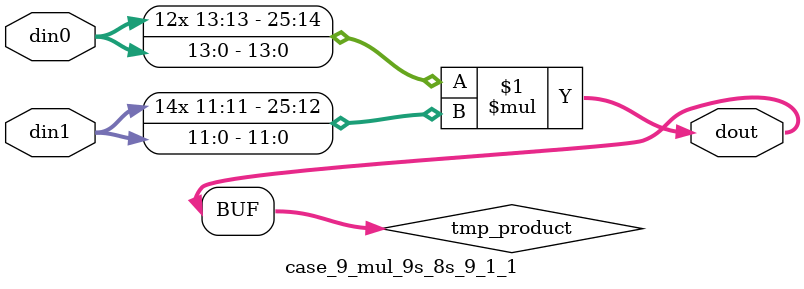
<source format=v>

`timescale 1 ns / 1 ps

 module case_9_mul_9s_8s_9_1_1(din0, din1, dout);
parameter ID = 1;
parameter NUM_STAGE = 0;
parameter din0_WIDTH = 14;
parameter din1_WIDTH = 12;
parameter dout_WIDTH = 26;

input [din0_WIDTH - 1 : 0] din0; 
input [din1_WIDTH - 1 : 0] din1; 
output [dout_WIDTH - 1 : 0] dout;

wire signed [dout_WIDTH - 1 : 0] tmp_product;



























assign tmp_product = $signed(din0) * $signed(din1);








assign dout = tmp_product;





















endmodule

</source>
